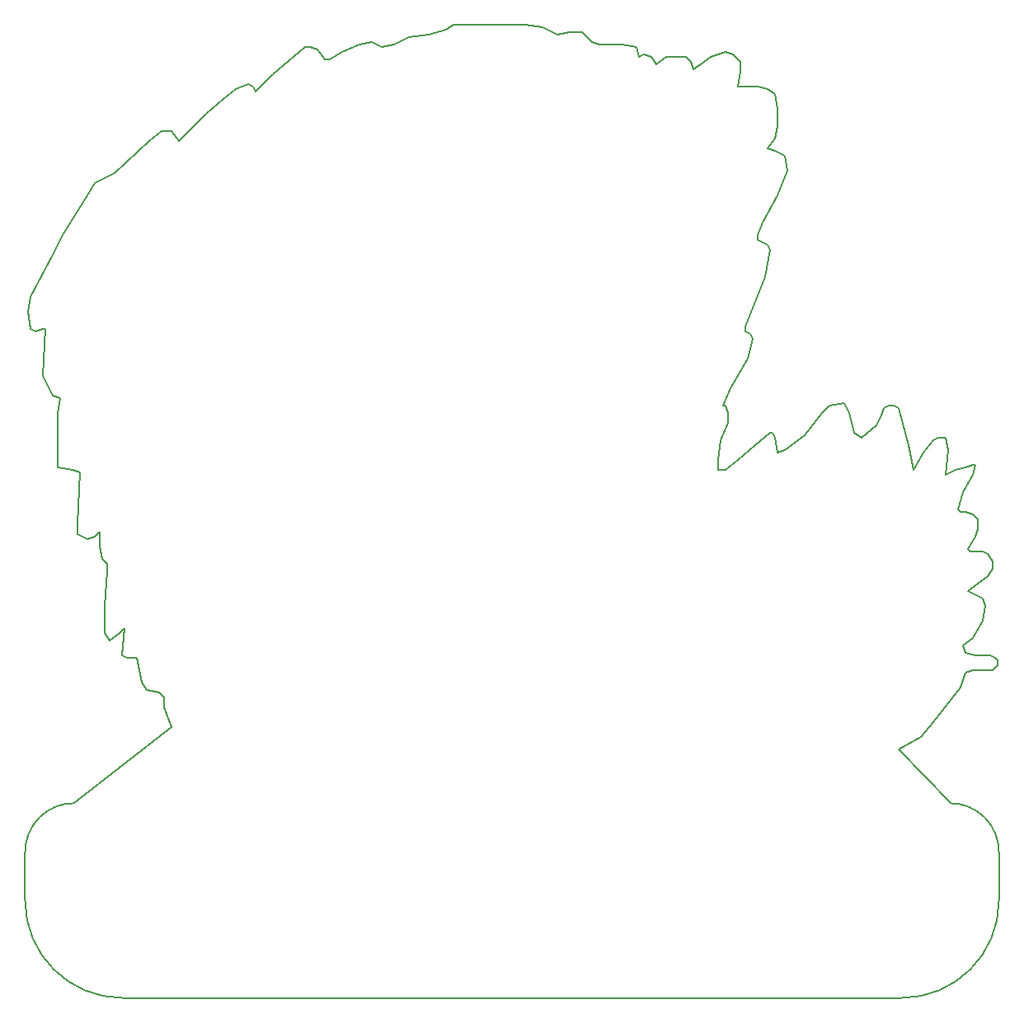
<source format=gbr>
G04 #@! TF.FileFunction,Profile,NP*
%FSLAX46Y46*%
G04 Gerber Fmt 4.6, Leading zero omitted, Abs format (unit mm)*
G04 Created by KiCad (PCBNEW 4.0.6) date 11/09/17 22:15:05*
%MOMM*%
%LPD*%
G01*
G04 APERTURE LIST*
%ADD10C,0.100000*%
%ADD11C,0.150000*%
G04 APERTURE END LIST*
D10*
D11*
X114300000Y-120142000D02*
X115062000Y-122174000D01*
X114300000Y-119126000D02*
X114300000Y-120142000D01*
X113792000Y-118618000D02*
X114300000Y-119126000D01*
X112522000Y-118364000D02*
X113792000Y-118618000D01*
X112014000Y-117602000D02*
X112522000Y-118364000D01*
X111506000Y-115062000D02*
X112014000Y-117602000D01*
X110490000Y-115062000D02*
X111506000Y-115062000D01*
X109982000Y-114808000D02*
X110490000Y-115062000D01*
X110236000Y-112014000D02*
X109982000Y-114808000D01*
X109728000Y-112522000D02*
X110236000Y-112014000D01*
X108712000Y-113284000D02*
X109728000Y-112522000D01*
X108204000Y-112522000D02*
X108712000Y-113284000D01*
X108204000Y-109728000D02*
X108204000Y-112522000D01*
X108458000Y-106172000D02*
X108204000Y-109728000D01*
X108458000Y-105410000D02*
X108458000Y-106172000D01*
X107950000Y-104902000D02*
X108458000Y-105410000D01*
X107696000Y-103632000D02*
X107950000Y-104902000D01*
X107696000Y-102108000D02*
X107696000Y-103632000D01*
X107188000Y-102616000D02*
X107696000Y-102108000D01*
X106426000Y-102870000D02*
X107188000Y-102616000D01*
X105410000Y-102362000D02*
X106426000Y-102870000D01*
X105410000Y-101346000D02*
X105410000Y-102362000D01*
X105664000Y-96012000D02*
X105410000Y-101346000D01*
X104902000Y-95758000D02*
X105664000Y-96012000D01*
X103378000Y-95504000D02*
X104902000Y-95758000D01*
X103378000Y-94234000D02*
X103378000Y-95504000D01*
X103378000Y-89916000D02*
X103378000Y-94234000D01*
X103632000Y-88392000D02*
X103378000Y-89916000D01*
X102870000Y-88138000D02*
X103632000Y-88392000D01*
X101854000Y-86106000D02*
X102870000Y-88138000D01*
X102108000Y-81280000D02*
X101854000Y-86106000D01*
X101854000Y-81280000D02*
X102108000Y-81280000D01*
X101092000Y-81534000D02*
X101854000Y-81280000D01*
X100584000Y-81280000D02*
X101092000Y-81534000D01*
X100330000Y-79502000D02*
X100584000Y-81280000D01*
X100584000Y-77978000D02*
X100330000Y-79502000D01*
X102870000Y-73660000D02*
X100584000Y-77978000D01*
X103886000Y-71628000D02*
X102870000Y-73660000D01*
X106426000Y-67564000D02*
X103886000Y-71628000D01*
X107188000Y-66294000D02*
X106426000Y-67564000D01*
X109220000Y-65278000D02*
X107188000Y-66294000D01*
X112776000Y-61976000D02*
X109220000Y-65278000D01*
X114046000Y-60960000D02*
X112776000Y-61976000D01*
X115062000Y-60960000D02*
X114046000Y-60960000D01*
X115824000Y-61976000D02*
X115062000Y-60960000D01*
X116078000Y-61722000D02*
X115824000Y-61976000D01*
X118618000Y-59182000D02*
X116078000Y-61722000D01*
X120396000Y-57658000D02*
X118618000Y-59182000D01*
X121666000Y-56642000D02*
X120396000Y-57658000D01*
X122936000Y-56134000D02*
X121666000Y-56642000D01*
X123444000Y-56388000D02*
X122936000Y-56134000D01*
X123698000Y-56896000D02*
X123444000Y-56388000D01*
X125476000Y-55118000D02*
X123698000Y-56896000D01*
X128778000Y-52324000D02*
X125476000Y-55118000D01*
X129286000Y-52324000D02*
X128778000Y-52324000D01*
X130048000Y-52578000D02*
X129286000Y-52324000D01*
X130810000Y-53594000D02*
X130048000Y-52578000D01*
X131318000Y-53594000D02*
X130810000Y-53594000D01*
X132588000Y-52832000D02*
X131318000Y-53594000D01*
X134366000Y-52070000D02*
X132588000Y-52832000D01*
X135636000Y-51816000D02*
X134366000Y-52070000D01*
X136652000Y-52324000D02*
X135636000Y-51816000D01*
X137922000Y-52070000D02*
X136652000Y-52324000D01*
X139446000Y-51308000D02*
X137922000Y-52070000D01*
X141478000Y-51054000D02*
X139446000Y-51308000D01*
X143256000Y-50546000D02*
X141478000Y-51054000D01*
X144018000Y-50038000D02*
X143256000Y-50546000D01*
X151384000Y-50038000D02*
X144018000Y-50038000D01*
X153162000Y-50292000D02*
X151384000Y-50038000D01*
X154686000Y-51054000D02*
X153162000Y-50292000D01*
X155956000Y-50800000D02*
X154686000Y-51054000D01*
X157226000Y-50800000D02*
X155956000Y-50800000D01*
X158242000Y-51816000D02*
X157226000Y-50800000D01*
X159004000Y-52070000D02*
X158242000Y-51816000D01*
X161290000Y-52070000D02*
X159004000Y-52070000D01*
X162814000Y-52324000D02*
X161290000Y-52070000D01*
X163068000Y-53340000D02*
X162814000Y-52324000D01*
X163576000Y-53086000D02*
X163068000Y-53340000D01*
X164338000Y-53340000D02*
X163576000Y-53086000D01*
X164846000Y-54102000D02*
X164338000Y-53340000D01*
X165862000Y-53340000D02*
X164846000Y-54102000D01*
X166878000Y-53340000D02*
X165862000Y-53340000D01*
X167894000Y-53340000D02*
X166878000Y-53340000D01*
X168402000Y-53848000D02*
X167894000Y-53340000D01*
X168656000Y-54610000D02*
X168402000Y-53848000D01*
X169418000Y-54102000D02*
X168656000Y-54610000D01*
X170434000Y-53340000D02*
X169418000Y-54102000D01*
X171958000Y-52832000D02*
X170434000Y-53340000D01*
X172720000Y-53086000D02*
X171958000Y-52832000D01*
X173482000Y-53848000D02*
X172720000Y-53086000D01*
X173482000Y-54864000D02*
X173482000Y-53848000D01*
X173228000Y-56388000D02*
X173482000Y-54864000D01*
X174244000Y-56388000D02*
X173228000Y-56388000D01*
X175260000Y-56388000D02*
X174244000Y-56388000D01*
X176276000Y-56642000D02*
X175260000Y-56388000D01*
X177038000Y-57150000D02*
X176276000Y-56642000D01*
X177292000Y-58674000D02*
X177038000Y-57150000D01*
X177292000Y-60452000D02*
X177292000Y-58674000D01*
X177038000Y-61722000D02*
X177292000Y-60452000D01*
X176276000Y-62738000D02*
X177038000Y-61722000D01*
X177038000Y-62992000D02*
X176276000Y-62738000D01*
X178054000Y-63500000D02*
X177038000Y-62992000D01*
X178308000Y-65024000D02*
X178054000Y-63500000D01*
X177292000Y-67564000D02*
X178308000Y-65024000D01*
X175768000Y-70358000D02*
X177292000Y-67564000D01*
X175260000Y-71628000D02*
X175768000Y-70358000D01*
X175260000Y-72136000D02*
X175260000Y-71628000D01*
X176276000Y-72644000D02*
X175260000Y-72136000D01*
X176530000Y-73152000D02*
X176276000Y-72644000D01*
X176022000Y-75946000D02*
X176530000Y-73152000D01*
X173990000Y-81026000D02*
X176022000Y-75946000D01*
X173990000Y-81534000D02*
X173990000Y-81026000D01*
X174498000Y-81788000D02*
X173990000Y-81534000D01*
X174752000Y-82296000D02*
X174498000Y-81788000D01*
X174244000Y-84328000D02*
X174752000Y-82296000D01*
X172466000Y-87376000D02*
X174244000Y-84328000D01*
X171704000Y-89154000D02*
X172466000Y-87376000D01*
X171958000Y-89154000D02*
X171704000Y-89154000D01*
X172212000Y-89916000D02*
X171958000Y-89154000D01*
X172212000Y-90932000D02*
X172212000Y-89916000D01*
X171450000Y-92710000D02*
X172212000Y-90932000D01*
X171196000Y-94742000D02*
X171450000Y-92710000D01*
X171196000Y-95758000D02*
X171196000Y-94742000D01*
X171958000Y-95758000D02*
X171196000Y-95758000D01*
X173228000Y-94742000D02*
X171958000Y-95758000D01*
X175006000Y-93218000D02*
X173228000Y-94742000D01*
X176530000Y-91948000D02*
X175006000Y-93218000D01*
X176784000Y-91948000D02*
X176530000Y-91948000D01*
X177038000Y-92456000D02*
X176784000Y-91948000D01*
X177292000Y-93980000D02*
X177038000Y-92456000D01*
X178054000Y-93726000D02*
X177292000Y-93980000D01*
X180086000Y-92202000D02*
X178054000Y-93726000D01*
X181864000Y-89916000D02*
X180086000Y-92202000D01*
X182626000Y-89154000D02*
X181864000Y-89916000D01*
X184150000Y-88900000D02*
X182626000Y-89154000D01*
X184658000Y-89916000D02*
X184150000Y-88900000D01*
X185166000Y-91948000D02*
X184658000Y-89916000D01*
X185928000Y-92456000D02*
X185166000Y-91948000D01*
X187452000Y-91186000D02*
X185928000Y-92456000D01*
X187960000Y-90170000D02*
X187452000Y-91186000D01*
X188214000Y-89408000D02*
X187960000Y-90170000D01*
X188722000Y-89154000D02*
X188214000Y-89408000D01*
X189230000Y-89154000D02*
X188722000Y-89154000D01*
X189738000Y-89408000D02*
X189230000Y-89154000D01*
X190754000Y-93218000D02*
X189738000Y-89408000D01*
X191262000Y-95758000D02*
X190754000Y-93218000D01*
X192278000Y-93980000D02*
X191262000Y-95758000D01*
X193294000Y-92710000D02*
X192278000Y-93980000D01*
X193802000Y-92456000D02*
X193294000Y-92710000D01*
X194564000Y-92456000D02*
X193802000Y-92456000D01*
X194818000Y-93726000D02*
X194564000Y-92456000D01*
X194564000Y-96266000D02*
X194818000Y-93726000D01*
X195580000Y-95758000D02*
X194564000Y-96266000D01*
X196596000Y-95504000D02*
X195580000Y-95758000D01*
X197358000Y-95250000D02*
X196596000Y-95504000D01*
X197612000Y-95250000D02*
X197358000Y-95250000D01*
X197358000Y-96266000D02*
X197612000Y-95250000D01*
X196342000Y-98044000D02*
X197358000Y-96266000D01*
X195834000Y-99822000D02*
X196342000Y-98044000D01*
X196088000Y-100076000D02*
X195834000Y-99822000D01*
X196596000Y-100076000D02*
X196088000Y-100076000D01*
X197358000Y-100330000D02*
X196596000Y-100076000D01*
X197866000Y-100838000D02*
X197358000Y-100330000D01*
X197866000Y-101854000D02*
X197866000Y-100838000D01*
X197612000Y-102616000D02*
X197866000Y-101854000D01*
X196850000Y-103886000D02*
X197612000Y-102616000D01*
X197104000Y-104140000D02*
X196850000Y-103886000D01*
X198374000Y-104140000D02*
X197104000Y-104140000D01*
X198882000Y-104394000D02*
X198374000Y-104140000D01*
X199390000Y-105156000D02*
X198882000Y-104394000D01*
X199390000Y-105918000D02*
X199390000Y-105156000D01*
X198882000Y-106680000D02*
X199390000Y-105918000D01*
X197866000Y-107442000D02*
X198882000Y-106680000D01*
X196850000Y-108204000D02*
X197866000Y-107442000D01*
X197358000Y-108458000D02*
X196850000Y-108204000D01*
X198374000Y-108966000D02*
X197358000Y-108458000D01*
X198628000Y-109728000D02*
X198374000Y-108966000D01*
X198374000Y-111252000D02*
X198628000Y-109728000D01*
X197358000Y-113030000D02*
X198374000Y-111252000D01*
X196342000Y-113792000D02*
X197358000Y-113030000D01*
X196596000Y-114554000D02*
X196342000Y-113792000D01*
X197612000Y-114808000D02*
X196596000Y-114554000D01*
X199136000Y-114808000D02*
X197612000Y-114808000D01*
X199644000Y-115062000D02*
X199136000Y-114808000D01*
X199898000Y-115316000D02*
X199644000Y-115062000D01*
X199898000Y-115824000D02*
X199898000Y-115316000D01*
X199390000Y-116332000D02*
X199898000Y-115824000D01*
X197358000Y-116332000D02*
X199390000Y-116332000D01*
X196596000Y-116586000D02*
X197358000Y-116332000D01*
X196088000Y-118110000D02*
X196596000Y-116586000D01*
X193294000Y-121666000D02*
X196088000Y-118110000D01*
X192024000Y-123190000D02*
X193294000Y-121666000D01*
X189738000Y-124460000D02*
X192024000Y-123190000D01*
X105000000Y-130000000D02*
X115062000Y-122174000D01*
X195000000Y-130000000D02*
X189738000Y-124460000D01*
X105000000Y-130000000D02*
G75*
G03X100000000Y-135000000I0J-5000000D01*
G01*
X200000000Y-135000000D02*
G75*
G03X195000000Y-130000000I-5000000J0D01*
G01*
X100000000Y-140000000D02*
X100000000Y-135000000D01*
X200000000Y-140000000D02*
X200000000Y-135000000D01*
X190000000Y-150000000D02*
X110000000Y-150000000D01*
X100000000Y-140000000D02*
G75*
G03X110000000Y-150000000I10000000J0D01*
G01*
X190000000Y-150000000D02*
G75*
G03X200000000Y-140000000I0J10000000D01*
G01*
M02*

</source>
